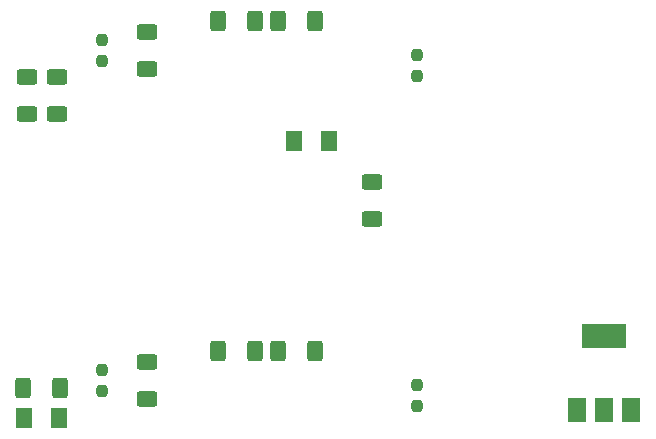
<source format=gtp>
G04 #@! TF.GenerationSoftware,KiCad,Pcbnew,(6.0.0)*
G04 #@! TF.CreationDate,2024-05-18T14:09:02+02:00*
G04 #@! TF.ProjectId,Smart Servo Control Board Rev.1,536d6172-7420-4536-9572-766f20436f6e,rev?*
G04 #@! TF.SameCoordinates,Original*
G04 #@! TF.FileFunction,Paste,Top*
G04 #@! TF.FilePolarity,Positive*
%FSLAX46Y46*%
G04 Gerber Fmt 4.6, Leading zero omitted, Abs format (unit mm)*
G04 Created by KiCad (PCBNEW (6.0.0)) date 2024-05-18 14:09:02*
%MOMM*%
%LPD*%
G01*
G04 APERTURE LIST*
G04 Aperture macros list*
%AMRoundRect*
0 Rectangle with rounded corners*
0 $1 Rounding radius*
0 $2 $3 $4 $5 $6 $7 $8 $9 X,Y pos of 4 corners*
0 Add a 4 corners polygon primitive as box body*
4,1,4,$2,$3,$4,$5,$6,$7,$8,$9,$2,$3,0*
0 Add four circle primitives for the rounded corners*
1,1,$1+$1,$2,$3*
1,1,$1+$1,$4,$5*
1,1,$1+$1,$6,$7*
1,1,$1+$1,$8,$9*
0 Add four rect primitives between the rounded corners*
20,1,$1+$1,$2,$3,$4,$5,0*
20,1,$1+$1,$4,$5,$6,$7,0*
20,1,$1+$1,$6,$7,$8,$9,0*
20,1,$1+$1,$8,$9,$2,$3,0*%
G04 Aperture macros list end*
%ADD10RoundRect,0.250000X0.400000X0.625000X-0.400000X0.625000X-0.400000X-0.625000X0.400000X-0.625000X0*%
%ADD11RoundRect,0.250001X0.462499X0.624999X-0.462499X0.624999X-0.462499X-0.624999X0.462499X-0.624999X0*%
%ADD12RoundRect,0.237500X-0.237500X0.250000X-0.237500X-0.250000X0.237500X-0.250000X0.237500X0.250000X0*%
%ADD13RoundRect,0.250000X0.625000X-0.400000X0.625000X0.400000X-0.625000X0.400000X-0.625000X-0.400000X0*%
%ADD14RoundRect,0.250000X-0.400000X-0.625000X0.400000X-0.625000X0.400000X0.625000X-0.400000X0.625000X0*%
%ADD15RoundRect,0.237500X0.237500X-0.250000X0.237500X0.250000X-0.237500X0.250000X-0.237500X-0.250000X0*%
%ADD16RoundRect,0.250000X-0.625000X0.400000X-0.625000X-0.400000X0.625000X-0.400000X0.625000X0.400000X0*%
%ADD17R,1.500000X2.000000*%
%ADD18R,3.800000X2.000000*%
G04 APERTURE END LIST*
D10*
X46000000Y-62230000D03*
X42900000Y-62230000D03*
D11*
X29427500Y-67945000D03*
X26452500Y-67945000D03*
D12*
X59690000Y-65127500D03*
X59690000Y-66952500D03*
D13*
X36830000Y-66320000D03*
X36830000Y-63220000D03*
D14*
X47980000Y-34290000D03*
X51080000Y-34290000D03*
D13*
X36830000Y-38380000D03*
X36830000Y-35280000D03*
X29210000Y-42190000D03*
X29210000Y-39090000D03*
D15*
X59690000Y-39012500D03*
X59690000Y-37187500D03*
D10*
X29490000Y-65405000D03*
X26390000Y-65405000D03*
D16*
X55880000Y-47980000D03*
X55880000Y-51080000D03*
D12*
X33020000Y-63857500D03*
X33020000Y-65682500D03*
D17*
X73265000Y-67285000D03*
X75565000Y-67285000D03*
D18*
X75565000Y-60985000D03*
D17*
X77865000Y-67285000D03*
D13*
X26670000Y-42190000D03*
X26670000Y-39090000D03*
D14*
X47980000Y-62230000D03*
X51080000Y-62230000D03*
D11*
X52287500Y-44450000D03*
X49312500Y-44450000D03*
D15*
X33020000Y-37742500D03*
X33020000Y-35917500D03*
D10*
X46000000Y-34290000D03*
X42900000Y-34290000D03*
M02*

</source>
